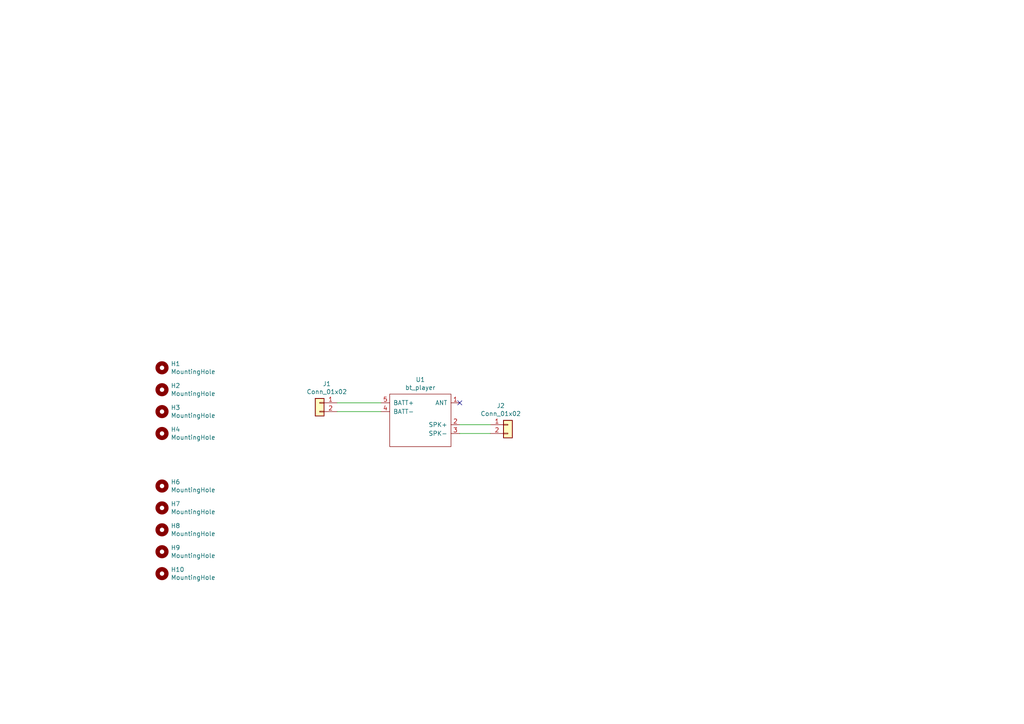
<source format=kicad_sch>
(kicad_sch (version 20211123) (generator eeschema)
  (paper "A4")
  (lib_symbols
    (symbol "Connector_Generic:Conn_01x02" (pin_names (offset 1.016) hide)
      (property "Reference" "J" (at 0 2.54 0))
      (property "Value" "Conn_01x02" (at 0 -5.08 0))
      (symbol "Conn_01x02_1_1"
        (rectangle (start -1.27 -2.413) (end 0 -2.667) (stroke (width 0.1524)))
        (rectangle (start -1.27 0.127) (end 0 -0.127) (stroke (width 0.1524)))
        (rectangle (start -1.27 1.27) (end 1.27 -3.81) (stroke (width 0.254)) (fill (type background)))
        (pin passive line (at -5.08 0 0) (length 3.81) (name "Pin_1") (number "1"))
        (pin passive line (at -5.08 -2.54 0) (length 3.81) (name "Pin_2") (number "2"))
      )
    )
    (symbol "Device:bt_player" (pin_names (offset 1.016))
      (property "Reference" "U" (at -1.27 6.35 0))
      (property "Value" "Device_bt_player" (at -1.27 -11.43 0))
      (symbol "bt_player_0_1"
        (rectangle (start -13.97 5.08) (end 3.81 -10.16))
      )
      (symbol "bt_player_1_1"
        (pin input line (at 6.35 2.54 180) (length 2.54) (name "ANT") (number "1"))
        (pin input line (at 6.35 -3.81 180) (length 2.54) (name "SPK+") (number "2"))
        (pin input line (at 6.35 -6.35 180) (length 2.54) (name "SPK-") (number "3"))
        (pin input line (at -16.51 0 0) (length 2.54) (name "BATT-") (number "4"))
        (pin input line (at -16.51 2.54 0) (length 2.54) (name "BATT+") (number "5"))
      )
    )
    (symbol "Mechanical:MountingHole" (pin_names (offset 1.016))
      (property "Reference" "H" (at 0 5.08 0))
      (property "Value" "MountingHole" (at 0 3.175 0))
      (symbol "MountingHole_0_1"
        (circle (center 0 0) (radius 1.27) (stroke (width 1.27)))
      )
    )
  )
  (no_connect (at 133.35 116.84))
  (wire (pts (xy 97.79 116.84) (xy 110.49 116.84)))
  (wire (pts (xy 110.49 119.38) (xy 97.79 119.38)))
  (wire (pts (xy 142.24 125.73) (xy 133.35 125.73)))
  (wire (pts (xy 142.24 123.19) (xy 133.35 123.19)))
  (symbol (lib_id "Connector_Generic:Conn_01x02") (at 147.32 123.19 0) (unit 1)
    (property "Reference" "J2" (at 145.2372 117.6782 0))
    (property "Value" "Conn_01x02" (at 145.2372 119.9896 0))
    (property "Footprint" "Connector_PinHeader_1.00mm:PinHeader_1x02_P1.00mm_Vertical" (effects hide))
  )
  (symbol (lib_id "Connector_Generic:Conn_01x02") (at 92.71 116.84 0) (mirror y) (unit 1)
    (property "Reference" "J1" (at 94.7928 111.3282 0))
    (property "Value" "Conn_01x02" (at 94.7928 113.6396 0))
    (property "Footprint" "Connector_PinHeader_1.00mm:PinHeader_1x02_P1.00mm_Vertical" (effects hide))
  )
  (symbol (lib_id "Device:bt_player") (at 127 119.38 0) (unit 1)
    (property "Reference" "U1" (at 121.92 110.109 0))
    (property "Value" "bt_player" (at 121.92 112.4204 0))
    (property "Footprint" "MySymbols:bt_player" (effects hide))
  )
  (symbol (lib_id "Mechanical:MountingHole") (at 46.99 147.32 0) (unit 1)
    (property "Reference" "H7" (at 49.53 146.1516 0) (effects (justify left)))
    (property "Value" "MountingHole" (at 49.53 148.463 0) (effects (justify left)))
    (property "Footprint" "MountingHole:MountingHole_2.1mm" (effects hide))
  )
  (symbol (lib_id "Mechanical:MountingHole") (at 46.99 153.67 0) (unit 1)
    (property "Reference" "H8" (at 49.53 152.5016 0) (effects (justify left)))
    (property "Value" "MountingHole" (at 49.53 154.813 0) (effects (justify left)))
    (property "Footprint" "MountingHole:MountingHole_2.1mm" (effects hide))
  )
  (symbol (lib_id "Mechanical:MountingHole") (at 46.99 160.02 0) (unit 1)
    (property "Reference" "H9" (at 49.53 158.8516 0) (effects (justify left)))
    (property "Value" "MountingHole" (at 49.53 161.163 0) (effects (justify left)))
    (property "Footprint" "MountingHole:MountingHole_2.1mm" (effects hide))
  )
  (symbol (lib_id "Mechanical:MountingHole") (at 46.99 166.37 0) (unit 1)
    (property "Reference" "H10" (at 49.53 165.2016 0) (effects (justify left)))
    (property "Value" "MountingHole" (at 49.53 167.513 0) (effects (justify left)))
    (property "Footprint" "MountingHole:MountingHole_2.1mm" (effects hide))
  )
  (symbol (lib_id "Mechanical:MountingHole") (at 46.99 140.97 0) (unit 1)
    (property "Reference" "H6" (at 49.53 139.8016 0) (effects (justify left)))
    (property "Value" "MountingHole" (at 49.53 142.113 0) (effects (justify left)))
    (property "Footprint" "MountingHole:MountingHole_2.1mm" (effects hide))
  )
  (symbol (lib_id "Mechanical:MountingHole") (at 46.99 125.73 0) (unit 1)
    (property "Reference" "H4" (at 49.53 124.5616 0) (effects (justify left)))
    (property "Value" "MountingHole" (at 49.53 126.873 0) (effects (justify left)))
    (property "Footprint" "MountingHole:MountingHole_2.1mm" (effects hide))
  )
  (symbol (lib_id "Mechanical:MountingHole") (at 46.99 119.38 0) (unit 1)
    (property "Reference" "H3" (at 49.53 118.2116 0) (effects (justify left)))
    (property "Value" "MountingHole" (at 49.53 120.523 0) (effects (justify left)))
    (property "Footprint" "MountingHole:MountingHole_2.1mm" (effects hide))
  )
  (symbol (lib_id "Mechanical:MountingHole") (at 46.99 113.03 0) (unit 1)
    (property "Reference" "H2" (at 49.53 111.8616 0) (effects (justify left)))
    (property "Value" "MountingHole" (at 49.53 114.173 0) (effects (justify left)))
    (property "Footprint" "MountingHole:MountingHole_2.1mm" (effects hide))
  )
  (symbol (lib_id "Mechanical:MountingHole") (at 46.99 106.68 0) (unit 1)
    (property "Reference" "H1" (at 49.53 105.5116 0) (effects (justify left)))
    (property "Value" "MountingHole" (at 49.53 107.823 0) (effects (justify left)))
    (property "Footprint" "MountingHole:MountingHole_2.1mm" (effects hide))
  )
)
</source>
